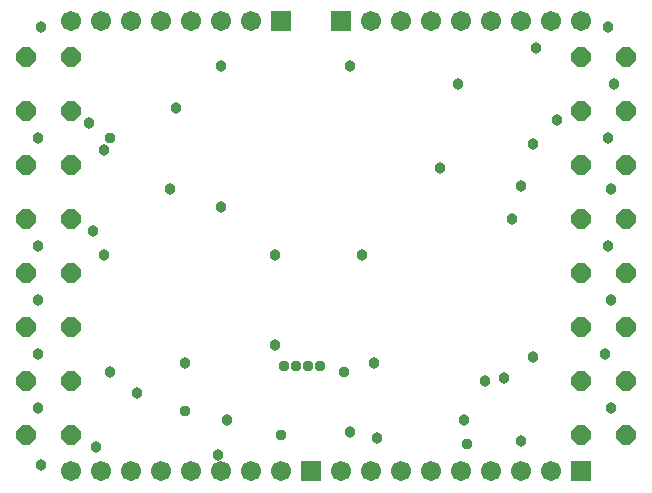
<source format=gbs>
G75*
%MOIN*%
%OFA0B0*%
%FSLAX25Y25*%
%IPPOS*%
%LPD*%
%AMOC8*
5,1,8,0,0,1.08239X$1,22.5*
%
%ADD10R,0.06700X0.06700*%
%ADD11C,0.06700*%
%ADD12OC8,0.06400*%
%ADD13C,0.03778*%
%ADD14C,0.03800*%
D10*
X0105500Y0008500D03*
X0195500Y0008500D03*
X0115500Y0158500D03*
X0095500Y0158500D03*
D11*
X0085500Y0158500D03*
X0075500Y0158500D03*
X0065500Y0158500D03*
X0055500Y0158500D03*
X0045500Y0158500D03*
X0035500Y0158500D03*
X0025500Y0158500D03*
X0125500Y0158500D03*
X0135500Y0158500D03*
X0145500Y0158500D03*
X0155500Y0158500D03*
X0165500Y0158500D03*
X0175500Y0158500D03*
X0185500Y0158500D03*
X0195500Y0158500D03*
X0185500Y0008500D03*
X0175500Y0008500D03*
X0165500Y0008500D03*
X0155500Y0008500D03*
X0145500Y0008500D03*
X0135500Y0008500D03*
X0125500Y0008500D03*
X0115500Y0008500D03*
X0095500Y0008500D03*
X0085500Y0008500D03*
X0075500Y0008500D03*
X0065500Y0008500D03*
X0055500Y0008500D03*
X0045500Y0008500D03*
X0035500Y0008500D03*
X0025500Y0008500D03*
D12*
X0025500Y0020500D03*
X0010500Y0020500D03*
X0010500Y0038500D03*
X0025500Y0038500D03*
X0025500Y0056500D03*
X0010500Y0056500D03*
X0010500Y0074500D03*
X0025500Y0074500D03*
X0025500Y0092500D03*
X0010500Y0092500D03*
X0010500Y0110500D03*
X0025500Y0110500D03*
X0025500Y0128500D03*
X0010500Y0128500D03*
X0010500Y0146500D03*
X0025500Y0146500D03*
X0195500Y0146500D03*
X0210500Y0146500D03*
X0210500Y0128500D03*
X0195500Y0128500D03*
X0195500Y0110500D03*
X0210500Y0110500D03*
X0210500Y0092500D03*
X0195500Y0092500D03*
X0195500Y0074500D03*
X0210500Y0074500D03*
X0210500Y0056500D03*
X0195500Y0056500D03*
X0195500Y0038500D03*
X0210500Y0038500D03*
X0210500Y0020500D03*
X0195500Y0020500D03*
D13*
X0157500Y0017500D03*
X0116500Y0041500D03*
X0108500Y0043500D03*
X0104500Y0043500D03*
X0100500Y0043500D03*
X0096500Y0043500D03*
X0095500Y0020500D03*
X0063500Y0028500D03*
X0038500Y0119500D03*
D14*
X0015500Y0010500D03*
X0034000Y0016500D03*
X0014500Y0029500D03*
X0014500Y0047500D03*
X0014500Y0065500D03*
X0036500Y0080500D03*
X0033000Y0088500D03*
X0014500Y0083500D03*
X0036500Y0115500D03*
X0031500Y0124500D03*
X0014500Y0119500D03*
X0058500Y0102500D03*
X0075500Y0096500D03*
X0093500Y0080500D03*
X0122500Y0080500D03*
X0148500Y0109500D03*
X0172500Y0092500D03*
X0175500Y0103500D03*
X0179500Y0117500D03*
X0187500Y0125500D03*
X0204500Y0119500D03*
X0205500Y0102500D03*
X0204500Y0083500D03*
X0205500Y0065500D03*
X0203500Y0047500D03*
X0205500Y0029500D03*
X0179500Y0046500D03*
X0170000Y0039500D03*
X0163500Y0038500D03*
X0156500Y0025500D03*
X0175500Y0018500D03*
X0127500Y0019500D03*
X0118500Y0021500D03*
X0126500Y0044500D03*
X0093500Y0050500D03*
X0063500Y0044500D03*
X0047500Y0034500D03*
X0038500Y0041500D03*
X0074500Y0014000D03*
X0077500Y0025500D03*
X0060500Y0129500D03*
X0075500Y0143500D03*
X0118500Y0143500D03*
X0154500Y0137500D03*
X0180500Y0149500D03*
X0204500Y0156500D03*
X0206500Y0137500D03*
X0015500Y0156500D03*
M02*

</source>
